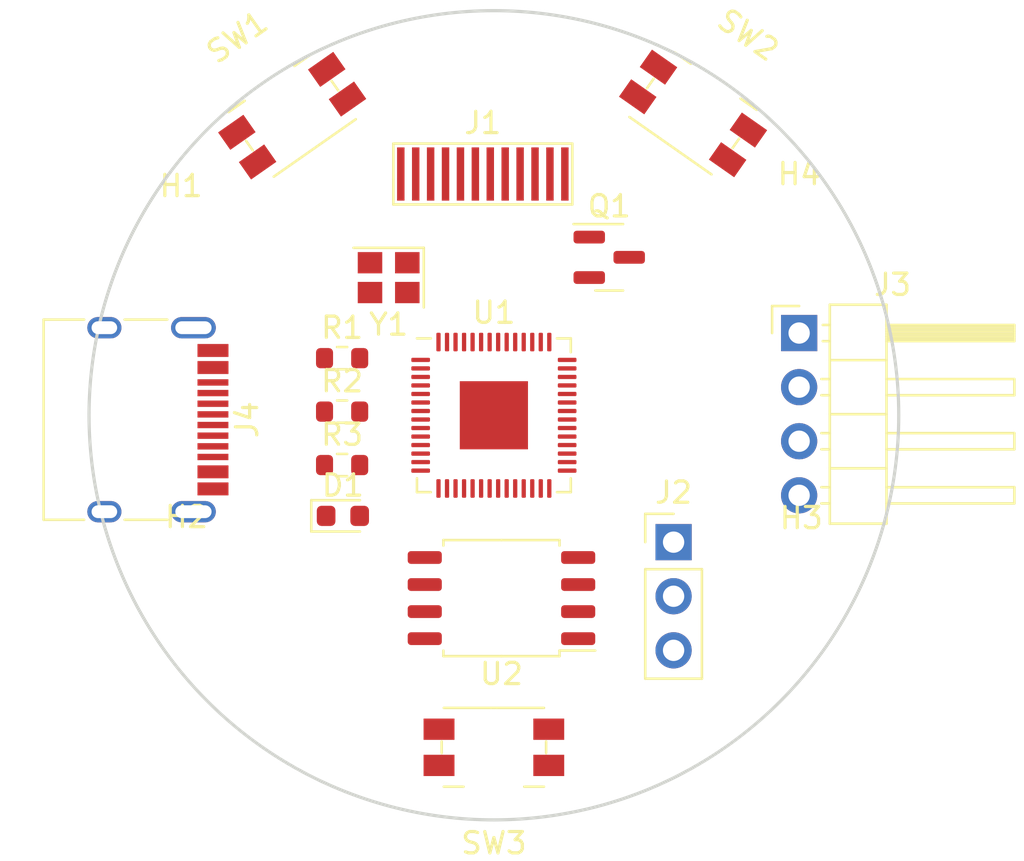
<source format=kicad_pcb>
(kicad_pcb (version 20221018) (generator pcbnew)
  (layers (0 "F.Cu" signal) (31 "B.Cu" signal) (34 "B.Paste" user) (35 "F.Paste" user) (36 "B.SilkS" user "B.Silkscreen") (37 "F.SilkS" user "F.Silkscreen") (38 "B.Mask" user) (39 "F.Mask" user) (44 "Edge.Cuts" user))
  (net 0 "")
  (net 15 "Net-(J4-GND-PadA1)")
  (net 16 "Net-(J4-VBUS-PadA4)")
  (net 41 "Net-(U1-IOVDD-Pad1)")
  (net 61 "Net-(U1-DVDD-Pad23)")
  (footprint "Package_TO_SOT_SMD:SOT-23" (layer "F.Cu") (at 5.4125 -7.4168)
    (fp_text reference "Q1" (at 0 -2.4) (layer "F.SilkS"))
    (fp_text value "S8050")
    (fp_line (start 0 -1.56) (end -1.675 -1.56) (stroke (width 0.12)) (layer "F.SilkS"))
    (fp_line (start 0 -1.56) (end 0.65 -1.56) (stroke (width 0.12)) (layer "F.SilkS"))
    (fp_line (start 0 1.56) (end -0.65 1.56) (stroke (width 0.12)) (layer "F.SilkS"))
    (fp_line (start 0 1.56) (end 0.65 1.56) (stroke (width 0.12)) (layer "F.SilkS"))
    (pad "1" smd roundrect (at -0.9375 -0.95) (size 1.475 0.6) (layers "F.Cu" "F.Paste" "F.Mask"))
    (pad "2" smd roundrect (at -0.9375 0.95) (size 1.475 0.6) (layers "F.Cu" "F.Paste" "F.Mask"))
    (pad "3" smd roundrect (at 0.9375 0) (size 1.475 0.6) (layers "F.Cu" "F.Paste" "F.Mask"))
  )
  (footprint "MountingHole:MountingHole_2.2mm_M2" (layer "F.Cu") (at 14.3256 -8.128)
    (fp_text reference "H4" (at 0 -3.2) (layer "F.SilkS"))
    (fp_text value "MountingHole")
    (pad "" np_thru_hole circle (at 0 0) (size 2.2 2.2) (drill 2.2) (layers "*.Cu" "*.Mask"))
  )
  (footprint "Button_Switch_SMD:Panasonic_EVQPUM_EVQPUD" (layer "F.Cu") (at -9.466812 -14.068424 35)
    (fp_text reference "SW1" (at 0 -4.5 35) (layer "F.SilkS"))
    (fp_text value "SW_Push")
    (fp_line (start -2.45 0.275) (end -2.45 -0.275) (stroke (width 0.12)) (layer "F.SilkS"))
    (fp_line (start -1.425 -1.85) (end -2.35 -1.85) (stroke (width 0.12)) (layer "F.SilkS"))
    (fp_line (start 2.35 -1.85) (end 1.425 -1.85) (stroke (width 0.12)) (layer "F.SilkS"))
    (fp_line (start 2.35 1.85) (end -2.35 1.85) (stroke (width 0.12)) (layer "F.SilkS"))
    (fp_line (start 2.45 0.275) (end 2.45 -0.275) (stroke (width 0.12)) (layer "F.SilkS"))
    (pad "" np_thru_hole circle (at 0 -1.375 215) (size 0.75 0.75) (drill 0.75) (layers "*.Cu" "*.Mask"))
    (pad "" np_thru_hole circle (at 0 1.375 215) (size 0.75 0.75) (drill 0.75) (layers "*.Cu" "*.Mask"))
    (pad "1" smd rect (at -2.575 -0.85 215) (size 1.45 1) (layers "F.Cu" "F.Paste" "F.Mask"))
    (pad "1" smd rect (at 2.575 -0.85 215) (size 1.45 1) (layers "F.Cu" "F.Paste" "F.Mask"))
    (pad "2" smd rect (at -2.575 0.85 215) (size 1.45 1) (layers "F.Cu" "F.Paste" "F.Mask"))
    (pad "2" smd rect (at 2.575 0.85 215) (size 1.45 1) (layers "F.Cu" "F.Paste" "F.Mask"))
  )
  (footprint "MountingHole:MountingHole_2.2mm_M2" (layer "F.Cu") (at -14.4272 7.9756)
    (fp_text reference "H2" (at 0 -3.2) (layer "F.SilkS"))
    (fp_text value "MountingHole")
    (pad "" np_thru_hole circle (at 0 0) (size 2.2 2.2) (drill 2.2) (layers "*.Cu" "*.Mask"))
  )
  (footprint "LED_SMD:LED_0603_1608Metric" (layer "F.Cu") (at -7.0865 4.7244)
    (fp_text reference "D1" (at 0 -1.43) (layer "F.SilkS"))
    (fp_text value "LED")
    (fp_line (start -1.485 -0.735) (end -1.485 0.735) (stroke (width 0.12)) (layer "F.SilkS"))
    (fp_line (start -1.485 0.735) (end 0.8 0.735) (stroke (width 0.12)) (layer "F.SilkS"))
    (fp_line (start 0.8 -0.735) (end -1.485 -0.735) (stroke (width 0.12)) (layer "F.SilkS"))
    (pad "1" smd roundrect (at -0.7875 0) (size 0.875 0.95) (layers "F.Cu" "F.Paste" "F.Mask"))
    (pad "2" smd roundrect (at 0.7875 0) (size 0.875 0.95) (layers "F.Cu" "F.Paste" "F.Mask"))
  )
  (footprint "MountingHole:MountingHole_2.2mm_M2" (layer "F.Cu") (at -14.6812 -7.5692)
    (fp_text reference "H1" (at 0 -3.2) (layer "F.SilkS"))
    (fp_text value "MountingHole")
    (pad "" np_thru_hole circle (at 0 0) (size 2.2 2.2) (drill 2.2) (layers "*.Cu" "*.Mask"))
  )
  (footprint "Resistor_SMD:R_0603_1608Metric" (layer "F.Cu") (at -7.1233 -0.1716)
    (fp_text reference "R2" (at 0 -1.43) (layer "F.SilkS"))
    (fp_text value "R")
    (fp_line (start -0.237258 -0.5225) (end 0.237258 -0.5225) (stroke (width 0.12)) (layer "F.SilkS"))
    (fp_line (start -0.237258 0.5225) (end 0.237258 0.5225) (stroke (width 0.12)) (layer "F.SilkS"))
    (pad "1" smd roundrect (at -0.825 0) (size 0.8 0.95) (layers "F.Cu" "F.Paste" "F.Mask"))
    (pad "2" smd roundrect (at 0.825 0) (size 0.8 0.95) (layers "F.Cu" "F.Paste" "F.Mask"))
  )
  (footprint "Package_SO:SOIC-8_5.23x5.23mm_P1.27mm" (layer "F.Cu") (at 0.3556 8.5852 180)
    (fp_text reference "U2" (at 0 -3.56) (layer "F.SilkS"))
    (fp_text value "W5Q16JVSSIQ")
    (fp_line (start -2.725 -2.725) (end -2.725 -2.465) (stroke (width 0.12)) (layer "F.SilkS"))
    (fp_line (start -2.725 -2.465) (end -4.4 -2.465) (stroke (width 0.12)) (layer "F.SilkS"))
    (fp_line (start -2.725 2.725) (end -2.725 2.465) (stroke (width 0.12)) (layer "F.SilkS"))
    (fp_line (start 0 -2.725) (end -2.725 -2.725) (stroke (width 0.12)) (layer "F.SilkS"))
    (fp_line (start 0 -2.725) (end 2.725 -2.725) (stroke (width 0.12)) (layer "F.SilkS"))
    (fp_line (start 0 2.725) (end -2.725 2.725) (stroke (width 0.12)) (layer "F.SilkS"))
    (fp_line (start 0 2.725) (end 2.725 2.725) (stroke (width 0.12)) (layer "F.SilkS"))
    (fp_line (start 2.725 -2.725) (end 2.725 -2.465) (stroke (width 0.12)) (layer "F.SilkS"))
    (fp_line (start 2.725 2.725) (end 2.725 2.465) (stroke (width 0.12)) (layer "F.SilkS"))
    (pad "1" smd roundrect (at -3.6 -1.905 180) (size 1.6 0.6) (layers "F.Cu" "F.Paste" "F.Mask"))
    (pad "2" smd roundrect (at -3.6 -0.635 180) (size 1.6 0.6) (layers "F.Cu" "F.Paste" "F.Mask"))
    (pad "3" smd roundrect (at -3.6 0.635 180) (size 1.6 0.6) (layers "F.Cu" "F.Paste" "F.Mask"))
    (pad "4" smd roundrect (at -3.6 1.905 180) (size 1.6 0.6) (layers "F.Cu" "F.Paste" "F.Mask"))
    (pad "5" smd roundrect (at 3.6 1.905 180) (size 1.6 0.6) (layers "F.Cu" "F.Paste" "F.Mask"))
    (pad "6" smd roundrect (at 3.6 0.635 180) (size 1.6 0.6) (layers "F.Cu" "F.Paste" "F.Mask"))
    (pad "7" smd roundrect (at 3.6 -0.635 180) (size 1.6 0.6) (layers "F.Cu" "F.Paste" "F.Mask"))
    (pad "8" smd roundrect (at 3.6 -1.905 180) (size 1.6 0.6) (layers "F.Cu" "F.Paste" "F.Mask"))
  )
  (footprint "Button_Switch_SMD:Panasonic_EVQPUM_EVQPUD" (layer "F.Cu") (at 0 15.5922 180)
    (fp_text reference "SW3" (at 0 -4.5) (layer "F.SilkS"))
    (fp_text value "SW_Push")
    (fp_line (start -2.45 0.275) (end -2.45 -0.275) (stroke (width 0.12)) (layer "F.SilkS"))
    (fp_line (start -1.425 -1.85) (end -2.35 -1.85) (stroke (width 0.12)) (layer "F.SilkS"))
    (fp_line (start 2.35 -1.85) (end 1.425 -1.85) (stroke (width 0.12)) (layer "F.SilkS"))
    (fp_line (start 2.35 1.85) (end -2.35 1.85) (stroke (width 0.12)) (layer "F.SilkS"))
    (fp_line (start 2.45 0.275) (end 2.45 -0.275) (stroke (width 0.12)) (layer "F.SilkS"))
    (pad "" np_thru_hole circle (at 0 -1.375) (size 0.75 0.75) (drill 0.75) (layers "*.Cu" "*.Mask"))
    (pad "" np_thru_hole circle (at 0 1.375) (size 0.75 0.75) (drill 0.75) (layers "*.Cu" "*.Mask"))
    (pad "1" smd rect (at -2.575 -0.85) (size 1.45 1) (layers "F.Cu" "F.Paste" "F.Mask"))
    (pad "1" smd rect (at 2.575 -0.85) (size 1.45 1) (layers "F.Cu" "F.Paste" "F.Mask"))
    (pad "2" smd rect (at -2.575 0.85) (size 1.45 1) (layers "F.Cu" "F.Paste" "F.Mask"))
    (pad "2" smd rect (at 2.575 0.85) (size 1.45 1) (layers "F.Cu" "F.Paste" "F.Mask"))
  )
  (footprint "Display:GC9A01_Extended_FPC" (layer "F.Cu") (at -0.5196 -11.3284 180)
    (fp_text reference "J1" (at 0 2.4) (layer "F.SilkS"))
    (fp_text value "GC9A01")
    (fp_line (start -4.2 -1.43) (end 4.2 -1.43) (stroke (width 0.12)) (layer "F.SilkS"))
    (fp_line (start -4.2 -0.24) (end -4.2 -1.43) (stroke (width 0.12)) (layer "F.SilkS"))
    (fp_line (start -4.2 -0.24) (end -4.2 1.43) (stroke (width 0.12)) (layer "F.SilkS"))
    (fp_line (start -4.2 1.43) (end 4.2 1.43) (stroke (width 0.12)) (layer "F.SilkS"))
    (fp_line (start 4.2 -0.24) (end 4.2 -1.43) (stroke (width 0.12)) (layer "F.SilkS"))
    (fp_line (start 4.2 -0.24) (end 4.2 1.43) (stroke (width 0.12)) (layer "F.SilkS"))
    (pad "1" smd rect (at -3.85 0 180) (size 0.35 2.5) (layers "F.Cu" "F.Paste" "F.Mask"))
    (pad "2" smd rect (at -3.15 0 180) (size 0.35 2.5) (layers "F.Cu" "F.Paste" "F.Mask"))
    (pad "3" smd rect (at -2.45 0 180) (size 0.35 2.5) (layers "F.Cu" "F.Paste" "F.Mask"))
    (pad "4" smd rect (at -1.75 0 180) (size 0.35 2.5) (layers "F.Cu" "F.Paste" "F.Mask"))
    (pad "5" smd rect (at -1.05 0 180) (size 0.35 2.5) (layers "F.Cu" "F.Paste" "F.Mask"))
    (pad "6" smd rect (at -0.35 0 180) (size 0.35 2.5) (layers "F.Cu" "F.Paste" "F.Mask"))
    (pad "7" smd rect (at 0.35 0 180) (size 0.35 2.5) (layers "F.Cu" "F.Paste" "F.Mask"))
    (pad "8" smd rect (at 1.05 0 180) (size 0.35 2.5) (layers "F.Cu" "F.Paste" "F.Mask"))
    (pad "9" smd rect (at 1.75 0 180) (size 0.35 2.5) (layers "F.Cu" "F.Paste" "F.Mask"))
    (pad "10" smd rect (at 2.45 0 180) (size 0.35 2.5) (layers "F.Cu" "F.Paste" "F.Mask"))
    (pad "11" smd rect (at 3.15 0 180) (size 0.35 2.5) (layers "F.Cu" "F.Paste" "F.Mask"))
    (pad "12" smd rect (at 3.85 0 180) (size 0.35 2.5) (layers "F.Cu" "F.Paste" "F.Mask"))
  )
  (footprint "Resistor_SMD:R_0603_1608Metric" (layer "F.Cu") (at -7.1233 -2.6816)
    (fp_text reference "R1" (at 0 -1.43) (layer "F.SilkS"))
    (fp_text value "R")
    (fp_line (start -0.237258 -0.5225) (end 0.237258 -0.5225) (stroke (width 0.12)) (layer "F.SilkS"))
    (fp_line (start -0.237258 0.5225) (end 0.237258 0.5225) (stroke (width 0.12)) (layer "F.SilkS"))
    (pad "1" smd roundrect (at -0.825 0) (size 0.8 0.95) (layers "F.Cu" "F.Paste" "F.Mask"))
    (pad "2" smd roundrect (at 0.825 0) (size 0.8 0.95) (layers "F.Cu" "F.Paste" "F.Mask"))
  )
  (footprint "Package_DFN_QFN:QFN-56-1EP_7x7mm_P0.4mm_EP3.2x3.2mm" (layer "F.Cu") (at 0 0)
    (fp_text reference "U1" (at 0 -4.82) (layer "F.SilkS"))
    (fp_text value "RP2040")
    (fp_line (start -3.61 3.61) (end -3.61 2.96) (stroke (width 0.12)) (layer "F.SilkS"))
    (fp_line (start -2.96 -3.61) (end -3.61 -3.61) (stroke (width 0.12)) (layer "F.SilkS"))
    (fp_line (start -2.96 3.61) (end -3.61 3.61) (stroke (width 0.12)) (layer "F.SilkS"))
    (fp_line (start 2.96 -3.61) (end 3.61 -3.61) (stroke (width 0.12)) (layer "F.SilkS"))
    (fp_line (start 2.96 3.61) (end 3.61 3.61) (stroke (width 0.12)) (layer "F.SilkS"))
    (fp_line (start 3.61 -3.61) (end 3.61 -2.96) (stroke (width 0.12)) (layer "F.SilkS"))
    (fp_line (start 3.61 3.61) (end 3.61 2.96) (stroke (width 0.12)) (layer "F.SilkS"))
    (pad "1" smd roundrect (at -3.4375 -2.6) (size 0.875 0.2) (layers "F.Cu" "F.Paste" "F.Mask") (net 41 "Net-(U1-IOVDD-Pad1)"))
    (pad "2" smd roundrect (at -3.4375 -2.2) (size 0.875 0.2) (layers "F.Cu" "F.Paste" "F.Mask"))
    (pad "3" smd roundrect (at -3.4375 -1.8) (size 0.875 0.2) (layers "F.Cu" "F.Paste" "F.Mask"))
    (pad "4" smd roundrect (at -3.4375 -1.4) (size 0.875 0.2) (layers "F.Cu" "F.Paste" "F.Mask"))
    (pad "5" smd roundrect (at -3.4375 -1) (size 0.875 0.2) (layers "F.Cu" "F.Paste" "F.Mask"))
    (pad "6" smd roundrect (at -3.4375 -0.6) (size 0.875 0.2) (layers "F.Cu" "F.Paste" "F.Mask"))
    (pad "7" smd roundrect (at -3.4375 -0.2) (size 0.875 0.2) (layers "F.Cu" "F.Paste" "F.Mask"))
    (pad "8" smd roundrect (at -3.4375 0.2) (size 0.875 0.2) (layers "F.Cu" "F.Paste" "F.Mask"))
    (pad "9" smd roundrect (at -3.4375 0.6) (size 0.875 0.2) (layers "F.Cu" "F.Paste" "F.Mask"))
    (pad "10" smd roundrect (at -3.4375 1) (size 0.875 0.2) (layers "F.Cu" "F.Paste" "F.Mask") (net 41 "Net-(U1-IOVDD-Pad1)"))
    (pad "11" smd roundrect (at -3.4375 1.4) (size 0.875 0.2) (layers "F.Cu" "F.Paste" "F.Mask"))
    (pad "12" smd roundrect (at -3.4375 1.8) (size 0.875 0.2) (layers "F.Cu" "F.Paste" "F.Mask"))
    (pad "13" smd roundrect (at -3.4375 2.2) (size 0.875 0.2) (layers "F.Cu" "F.Paste" "F.Mask"))
    (pad "14" smd roundrect (at -3.4375 2.6) (size 0.875 0.2) (layers "F.Cu" "F.Paste" "F.Mask"))
    (pad "15" smd roundrect (at -2.6 3.4375) (size 0.2 0.875) (layers "F.Cu" "F.Paste" "F.Mask"))
    (pad "16" smd roundrect (at -2.2 3.4375) (size 0.2 0.875) (layers "F.Cu" "F.Paste" "F.Mask"))
    (pad "17" smd roundrect (at -1.8 3.4375) (size 0.2 0.875) (layers "F.Cu" "F.Paste" "F.Mask"))
    (pad "18" smd roundrect (at -1.4 3.4375) (size 0.2 0.875) (layers "F.Cu" "F.Paste" "F.Mask"))
    (pad "19" smd roundrect (at -1 3.4375) (size 0.2 0.875) (layers "F.Cu" "F.Paste" "F.Mask"))
    (pad "20" smd roundrect (at -0.6 3.4375) (size 0.2 0.875) (layers "F.Cu" "F.Paste" "F.Mask"))
    (pad "21" smd roundrect (at -0.2 3.4375) (size 0.2 0.875) (layers "F.Cu" "F.Paste" "F.Mask"))
    (pad "22" smd roundrect (at 0.2 3.4375) (size 0.2 0.875) (layers "F.Cu" "F.Paste" "F.Mask") (net 41 "Net-(U1-IOVDD-Pad1)"))
    (pad "23" smd roundrect (at 0.6 3.4375) (size 0.2 0.875) (layers "F.Cu" "F.Paste" "F.Mask") (net 61 "Net-(U1-DVDD-Pad23)"))
    (pad "24" smd roundrect (at 1 3.4375) (size 0.2 0.875) (layers "F.Cu" "F.Paste" "F.Mask"))
    (pad "25" smd roundrect (at 1.4 3.4375) (size 0.2 0.875) (layers "F.Cu" "F.Paste" "F.Mask"))
    (pad "26" smd roundrect (at 1.8 3.4375) (size 0.2 0.875) (layers "F.Cu" "F.Paste" "F.Mask"))
    (pad "27" smd roundrect (at 2.2 3.4375) (size 0.2 0.875) (layers "F.Cu" "F.Paste" "F.Mask"))
    (pad "28" smd roundrect (at 2.6 3.4375) (size 0.2 0.875) (layers "F.Cu" "F.Paste" "F.Mask"))
    (pad "29" smd roundrect (at 3.4375 2.6) (size 0.875 0.2) (layers "F.Cu" "F.Paste" "F.Mask"))
    (pad "30" smd roundrect (at 3.4375 2.2) (size 0.875 0.2) (layers "F.Cu" "F.Paste" "F.Mask"))
    (pad "31" smd roundrect (at 3.4375 1.8) (size 0.875 0.2) (layers "F.Cu" "F.Paste" "F.Mask"))
    (pad "32" smd roundrect (at 3.4375 1.4) (size 0.875 0.2) (layers "F.Cu" "F.Paste" "F.Mask"))
    (pad "33" smd roundrect (at 3.4375 1) (size 0.875 0.2) (layers "F.Cu" "F.Paste" "F.Mask") (net 41 "Net-(U1-IOVDD-Pad1)"))
    (pad "34" smd roundrect (at 3.4375 0.6) (size 0.875 0.2) (layers "F.Cu" "F.Paste" "F.Mask"))
    (pad "35" smd roundrect (at 3.4375 0.2) (size 0.875 0.2) (layers "F.Cu" "F.Paste" "F.Mask"))
    (pad "36" smd roundrect (at 3.4375 -0.2) (size 0.875 0.2) (layers "F.Cu" "F.Paste" "F.Mask"))
    (pad "37" smd roundrect (at 3.4375 -0.6) (size 0.875 0.2) (layers "F.Cu" "F.Paste" "F.Mask"))
    (pad "38" smd roundrect (at 3.4375 -1) (size 0.875 0.2) (layers "F.Cu" "F.Paste" "F.Mask"))
    (pad "39" smd roundrect (at 3.4375 -1.4) (size 0.875 0.2) (layers "F.Cu" "F.Paste" "F.Mask"))
    (pad "40" smd roundrect (at 3.4375 -1.8) (size 0.875 0.2) (layers "F.Cu" "F.Paste" "F.Mask"))
    (pad "41" smd roundrect (at 3.4375 -2.2) (size 0.875 0.2) (layers "F.Cu" "F.Paste" "F.Mask"))
    (pad "42" smd roundrect (at 3.4375 -2.6) (size 0.875 0.2) (layers "F.Cu" "F.Paste" "F.Mask") (net 41 "Net-(U1-IOVDD-Pad1)"))
    (pad "43" smd roundrect (at 2.6 -3.4375) (size 0.2 0.875) (layers "F.Cu" "F.Paste" "F.Mask"))
    (pad "44" smd roundrect (at 2.2 -3.4375) (size 0.2 0.875) (layers "F.Cu" "F.Paste" "F.Mask"))
    (pad "45" smd roundrect (at 1.8 -3.4375) (size 0.2 0.875) (layers "F.Cu" "F.Paste" "F.Mask"))
    (pad "46" smd roundrect (at 1.4 -3.4375) (size 0.2 0.875) (layers "F.Cu" "F.Paste" "F.Mask"))
    (pad "47" smd roundrect (at 1 -3.4375) (size 0.2 0.875) (layers "F.Cu" "F.Paste" "F.Mask"))
    (pad "48" smd roundrect (at 0.6 -3.4375) (size 0.2 0.875) (layers "F.Cu" "F.Paste" "F.Mask"))
    (pad "49" smd roundrect (at 0.2 -3.4375) (size 0.2 0.875) (layers "F.Cu" "F.Paste" "F.Mask") (net 41 "Net-(U1-IOVDD-Pad1)"))
    (pad "50" smd roundrect (at -0.2 -3.4375) (size 0.2 0.875) (layers "F.Cu" "F.Paste" "F.Mask") (net 61 "Net-(U1-DVDD-Pad23)"))
    (pad "51" smd roundrect (at -0.6 -3.4375) (size 0.2 0.875) (layers "F.Cu" "F.Paste" "F.Mask"))
    (pad "52" smd roundrect (at -1 -3.4375) (size 0.2 0.875) (layers "F.Cu" "F.Paste" "F.Mask"))
    (pad "53" smd roundrect (at -1.4 -3.4375) (size 0.2 0.875) (layers "F.Cu" "F.Paste" "F.Mask"))
    (pad "54" smd roundrect (at -1.8 -3.4375) (size 0.2 0.875) (layers "F.Cu" "F.Paste" "F.Mask"))
    (pad "55" smd roundrect (at -2.2 -3.4375) (size 0.2 0.875) (layers "F.Cu" "F.Paste" "F.Mask"))
    (pad "56" smd roundrect (at -2.6 -3.4375) (size 0.2 0.875) (layers "F.Cu" "F.Paste" "F.Mask"))
    (pad "57" smd rect (at 0 0) (size 3.2 3.2) (layers "F.Cu" "F.Mask"))
  )
  (footprint "Resistor_SMD:R_0603_1608Metric" (layer "F.Cu") (at -7.1233 2.3384)
    (fp_text reference "R3" (at 0 -1.43) (layer "F.SilkS"))
    (fp_text value "R")
    (fp_line (start -0.237258 -0.5225) (end 0.237258 -0.5225) (stroke (width 0.12)) (layer "F.SilkS"))
    (fp_line (start -0.237258 0.5225) (end 0.237258 0.5225) (stroke (width 0.12)) (layer "F.SilkS"))
    (pad "1" smd roundrect (at -0.825 0) (size 0.8 0.95) (layers "F.Cu" "F.Paste" "F.Mask"))
    (pad "2" smd roundrect (at 0.825 0) (size 0.8 0.95) (layers "F.Cu" "F.Paste" "F.Mask"))
  )
  (footprint "MountingHole:MountingHole_2.2mm_M2" (layer "F.Cu") (at 14.4272 8.0264)
    (fp_text reference "H3" (at 0 -3.2) (layer "F.SilkS"))
    (fp_text value "MountingHole")
    (pad "" np_thru_hole circle (at 0 0) (size 2.2 2.2) (drill 2.2) (layers "*.Cu" "*.Mask"))
  )
  (footprint "Crystal:Crystal_SMD_2520-4Pin_2.5x2.0mm" (layer "F.Cu") (at -4.939 -6.4628 180)
    (fp_text reference "Y1" (at 0 -2.2) (layer "F.SilkS"))
    (fp_text value "Crystal")
    (fp_line (start -1.65 -1.4) (end -1.65 1.4) (stroke (width 0.12)) (layer "F.SilkS"))
    (fp_line (start -1.65 1.4) (end 1.65 1.4) (stroke (width 0.12)) (layer "F.SilkS"))
    (pad "1" smd rect (at -0.875 0.7 180) (size 1.15 1) (layers "F.Cu" "F.Paste" "F.Mask"))
    (pad "2" smd rect (at 0.875 0.7 180) (size 1.15 1) (layers "F.Cu" "F.Paste" "F.Mask"))
    (pad "3" smd rect (at 0.875 -0.7 180) (size 1.15 1) (layers "F.Cu" "F.Paste" "F.Mask"))
    (pad "4" smd rect (at -0.875 -0.7 180) (size 1.15 1) (layers "F.Cu" "F.Paste" "F.Mask"))
  )
  (footprint "Button_Switch_SMD:Panasonic_EVQPUM_EVQPUD" (layer "F.Cu") (at 9.3472 -14.1732 -35)
    (fp_text reference "SW2" (at 0 -4.5 145) (layer "F.SilkS"))
    (fp_text value "SW_Push")
    (fp_line (start -2.45 0.275) (end -2.45 -0.275) (stroke (width 0.12)) (layer "F.SilkS"))
    (fp_line (start -1.425 -1.85) (end -2.35 -1.85) (stroke (width 0.12)) (layer "F.SilkS"))
    (fp_line (start 2.35 -1.85) (end 1.425 -1.85) (stroke (width 0.12)) (layer "F.SilkS"))
    (fp_line (start 2.35 1.85) (end -2.35 1.85) (stroke (width 0.12)) (layer "F.SilkS"))
    (fp_line (start 2.45 0.275) (end 2.45 -0.275) (stroke (width 0.12)) (layer "F.SilkS"))
    (pad "" np_thru_hole circle (at 0 -1.375 145) (size 0.75 0.75) (drill 0.75) (layers "*.Cu" "*.Mask"))
    (pad "" np_thru_hole circle (at 0 1.375 145) (size 0.75 0.75) (drill 0.75) (layers "*.Cu" "*.Mask"))
    (pad "1" smd rect (at -2.575 -0.85 145) (size 1.45 1) (layers "F.Cu" "F.Paste" "F.Mask"))
    (pad "1" smd rect (at 2.575 -0.85 145) (size 1.45 1) (layers "F.Cu" "F.Paste" "F.Mask"))
    (pad "2" smd rect (at -2.575 0.85 145) (size 1.45 1) (layers "F.Cu" "F.Paste" "F.Mask"))
    (pad "2" smd rect (at 2.575 0.85 145) (size 1.45 1) (layers "F.Cu" "F.Paste" "F.Mask"))
  )
  (footprint "Connector_USB:USB_C_Receptacle_HRO_TYPE-C-31-M-12" (layer "F.Cu") (at -17.2304 0.2088 -90)
    (fp_text reference "J4" (at 0 -5.645 90) (layer "F.SilkS"))
    (fp_text value "USB_C_Receptacle")
    (fp_line (start -4.7 -1.9) (end -4.7 0.1) (stroke (width 0.12)) (layer "F.SilkS"))
    (fp_line (start -4.7 2) (end -4.7 3.9) (stroke (width 0.12)) (layer "F.SilkS"))
    (fp_line (start -4.7 3.9) (end 4.7 3.9) (stroke (width 0.12)) (layer "F.SilkS"))
    (fp_line (start 4.7 -1.9) (end 4.7 0.1) (stroke (width 0.12)) (layer "F.SilkS"))
    (fp_line (start 4.7 2) (end 4.7 3.9) (stroke (width 0.12)) (layer "F.SilkS"))
    (pad "" np_thru_hole circle (at -2.89 -2.6 270) (size 0.65 0.65) (drill 0.65) (layers "*.Cu" "*.Mask"))
    (pad "" np_thru_hole circle (at 2.89 -2.6 270) (size 0.65 0.65) (drill 0.65) (layers "*.Cu" "*.Mask"))
    (pad "A1" smd rect (at -3.25 -4.045 270) (size 0.6 1.45) (layers "F.Cu" "F.Paste" "F.Mask") (net 15 "Net-(J4-GND-PadA1)"))
    (pad "A4" smd rect (at -2.45 -4.045 270) (size 0.6 1.45) (layers "F.Cu" "F.Paste" "F.Mask") (net 16 "Net-(J4-VBUS-PadA4)"))
    (pad "A5" smd rect (at -1.25 -4.045 270) (size 0.3 1.45) (layers "F.Cu" "F.Paste" "F.Mask"))
    (pad "A6" smd rect (at -0.25 -4.045 270) (size 0.3 1.45) (layers "F.Cu" "F.Paste" "F.Mask"))
    (pad "A7" smd rect (at 0.25 -4.045 270) (size 0.3 1.45) (layers "F.Cu" "F.Paste" "F.Mask"))
    (pad "A8" smd rect (at 1.25 -4.045 270) (size 0.3 1.45) (layers "F.Cu" "F.Paste" "F.Mask"))
    (pad "A9" smd rect (at 2.45 -4.045 270) (size 0.6 1.45) (layers "F.Cu" "F.Paste" "F.Mask") (net 16 "Net-(J4-VBUS-PadA4)"))
    (pad "A12" smd rect (at 3.25 -4.045 270) (size 0.6 1.45) (layers "F.Cu" "F.Paste" "F.Mask") (net 15 "Net-(J4-GND-PadA1)"))
    (pad "B1" smd rect (at 3.25 -4.045 270) (size 0.6 1.45) (layers "F.Cu" "F.Paste" "F.Mask") (net 15 "Net-(J4-GND-PadA1)"))
    (pad "B4" smd rect (at 2.45 -4.045 270) (size 0.6 1.45) (layers "F.Cu" "F.Paste" "F.Mask") (net 16 "Net-(J4-VBUS-PadA4)"))
    (pad "B5" smd rect (at 1.75 -4.045 270) (size 0.3 1.45) (layers "F.Cu" "F.Paste" "F.Mask"))
    (pad "B6" smd rect (at 0.75 -4.045 270) (size 0.3 1.45) (layers "F.Cu" "F.Paste" "F.Mask"))
    (pad "B7" smd rect (at -0.75 -4.045 270) (size 0.3 1.45) (layers "F.Cu" "F.Paste" "F.Mask"))
    (pad "B8" smd rect (at -1.75 -4.045 270) (size 0.3 1.45) (layers "F.Cu" "F.Paste" "F.Mask"))
    (pad "B9" smd rect (at -2.45 -4.045 270) (size 0.6 1.45) (layers "F.Cu" "F.Paste" "F.Mask") (net 16 "Net-(J4-VBUS-PadA4)"))
    (pad "B12" smd rect (at -3.25 -4.045 270) (size 0.6 1.45) (layers "F.Cu" "F.Paste" "F.Mask") (net 15 "Net-(J4-GND-PadA1)"))
    (pad "S1" thru_hole oval (at -4.32 -3.13 270) (size 1 2.1) (drill oval 0.6 1.7) (layers "*.Cu" "*.Mask"))
    (pad "S1" thru_hole oval (at -4.32 1.05 270) (size 1 1.6) (drill oval 0.6 1.2) (layers "*.Cu" "*.Mask"))
    (pad "S1" thru_hole oval (at 4.32 -3.13 270) (size 1 2.1) (drill oval 0.6 1.7) (layers "*.Cu" "*.Mask"))
    (pad "S1" thru_hole oval (at 4.32 1.05 270) (size 1 1.6) (drill oval 0.6 1.2) (layers "*.Cu" "*.Mask"))
  )
  (footprint "Connector_PinHeader_2.54mm:PinHeader_1x04_P2.54mm_Horizontal" (layer "F.Cu") (at 14.3256 -3.8608)
    (fp_text reference "J3" (at 4.385 -2.27) (layer "F.SilkS"))
    (fp_text value "I2CTest")
    (fp_line (start -1.27 -1.27) (end 0 -1.27) (stroke (width 0.12)) (layer "F.SilkS"))
    (fp_line (start -1.27 0) (end -1.27 -1.27) (stroke (width 0.12)) (layer "F.SilkS"))
    (fp_line (start 1.042929 2.16) (end 1.44 2.16) (stroke (width 0.12)) (layer "F.SilkS"))
    (fp_line (start 1.042929 2.92) (end 1.44 2.92) (stroke (width 0.12)) (layer "F.SilkS"))
    (fp_line (start 1.042929 4.7) (end 1.44 4.7) (stroke (width 0.12)) (layer "F.SilkS"))
    (fp_line (start 1.042929 5.46) (end 1.44 5.46) (stroke (width 0.12)) (layer "F.SilkS"))
    (fp_line (start 1.042929 7.24) (end 1.44 7.24) (stroke (width 0.12)) (layer "F.SilkS"))
    (fp_line (start 1.042929 8) (end 1.44 8) (stroke (width 0.12)) (layer "F.SilkS"))
    (fp_line (start 1.11 -0.38) (end 1.44 -0.38) (stroke (width 0.12)) (layer "F.SilkS"))
    (fp_line (start 1.11 0.38) (end 1.44 0.38) (stroke (width 0.12)) (layer "F.SilkS"))
    (fp_line (start 1.44 -1.33) (end 1.44 8.95) (stroke (width 0.12)) (layer "F.SilkS"))
    (fp_line (start 1.44 1.27) (end 4.1 1.27) (stroke (width 0.12)) (layer "F.SilkS"))
    (fp_line (start 1.44 3.81) (end 4.1 3.81) (stroke (width 0.12)) (layer "F.SilkS"))
    (fp_line (start 1.44 6.35) (end 4.1 6.35) (stroke (width 0.12)) (layer "F.SilkS"))
    (fp_line (start 1.44 8.95) (end 4.1 8.95) (stroke (width 0.12)) (layer "F.SilkS"))
    (fp_line (start 4.1 -1.33) (end 1.44 -1.33) (stroke (width 0.12)) (layer "F.SilkS"))
    (fp_line (start 4.1 -0.38) (end 10.1 -0.38) (stroke (width 0.12)) (layer "F.SilkS"))
    (fp_line (start 4.1 -0.32) (end 10.1 -0.32) (stroke (width 0.12)) (layer "F.SilkS"))
    (fp_line (start 4.1 -0.2) (end 10.1 -0.2) (stroke (width 0.12)) (layer "F.SilkS"))
    (fp_line (start 4.1 -0.08) (end 10.1 -0.08) (stroke (width 0.12)) (layer "F.SilkS"))
    (fp_line (start 4.1 0.04) (end 10.1 0.04) (stroke (width 0.12)) (layer "F.SilkS"))
    (fp_line (start 4.1 0.16) (end 10.1 0.16) (stroke (width 0.12)) (layer "F.SilkS"))
    (fp_line (start 4.1 0.28) (end 10.1 0.28) (stroke (width 0.12)) (layer "F.SilkS"))
    (fp_line (start 4.1 2.16) (end 10.1 2.16) (stroke (width 0.12)) (layer "F.SilkS"))
    (fp_line (start 4.1 4.7) (end 10.1 4.7) (stroke (width 0.12)) (layer "F.SilkS"))
    (fp_line (start 4.1 7.24) (end 10.1 7.24) (stroke (width 0.12)) (layer "F.SilkS"))
    (fp_line (start 4.1 8.95) (end 4.1 -1.33) (stroke (width 0.12)) (layer "F.SilkS"))
    (fp_line (start 10.1 -0.38) (end 10.1 0.38) (stroke (width 0.12)) (layer "F.SilkS"))
    (fp_line (start 10.1 0.38) (end 4.1 0.38) (stroke (width 0.12)) (layer "F.SilkS"))
    (fp_line (start 10.1 2.16) (end 10.1 2.92) (stroke (width 0.12)) (layer "F.SilkS"))
    (fp_line (start 10.1 2.92) (end 4.1 2.92) (stroke (width 0.12)) (layer "F.SilkS"))
    (fp_line (start 10.1 4.7) (end 10.1 5.46) (stroke (width 0.12)) (layer "F.SilkS"))
    (fp_line (start 10.1 5.46) (end 4.1 5.46) (stroke (width 0.12)) (layer "F.SilkS"))
    (fp_line (start 10.1 7.24) (end 10.1 8) (stroke (width 0.12)) (layer "F.SilkS"))
    (fp_line (start 10.1 8) (end 4.1 8) (stroke (width 0.12)) (layer "F.SilkS"))
    (pad "1" thru_hole rect (at 0 0) (size 1.7 1.7) (drill 1) (layers "*.Cu" "*.Mask"))
    (pad "2" thru_hole oval (at 0 2.54) (size 1.7 1.7) (drill 1) (layers "*.Cu" "*.Mask"))
    (pad "3" thru_hole oval (at 0 5.08) (size 1.7 1.7) (drill 1) (layers "*.Cu" "*.Mask"))
    (pad "4" thru_hole oval (at 0 7.62) (size 1.7 1.7) (drill 1) (layers "*.Cu" "*.Mask"))
  )
  (footprint "Connector_PinHeader_2.54mm:PinHeader_1x03_P2.54mm_Vertical" (layer "F.Cu") (at 8.4328 5.9586)
    (fp_text reference "J2" (at 0 -2.33) (layer "F.SilkS"))
    (fp_text value "SWDIO")
    (fp_line (start -1.33 -1.33) (end 0 -1.33) (stroke (width 0.12)) (layer "F.SilkS"))
    (fp_line (start -1.33 0) (end -1.33 -1.33) (stroke (width 0.12)) (layer "F.SilkS"))
    (fp_line (start -1.33 1.27) (end -1.33 6.41) (stroke (width 0.12)) (layer "F.SilkS"))
    (fp_line (start -1.33 1.27) (end 1.33 1.27) (stroke (width 0.12)) (layer "F.SilkS"))
    (fp_line (start -1.33 6.41) (end 1.33 6.41) (stroke (width 0.12)) (layer "F.SilkS"))
    (fp_line (start 1.33 1.27) (end 1.33 6.41) (stroke (width 0.12)) (layer "F.SilkS"))
    (pad "1" thru_hole rect (at 0 0) (size 1.7 1.7) (drill 1) (layers "*.Cu" "*.Mask"))
    (pad "2" thru_hole oval (at 0 2.54) (size 1.7 1.7) (drill 1) (layers "*.Cu" "*.Mask"))
    (pad "3" thru_hole oval (at 0 5.08) (size 1.7 1.7) (drill 1) (layers "*.Cu" "*.Mask"))
  )
  (gr_circle (center 0 0) (end 19 0) (stroke (width 0.15)) (fill none) (layer "Edge.Cuts"))
)
</source>
